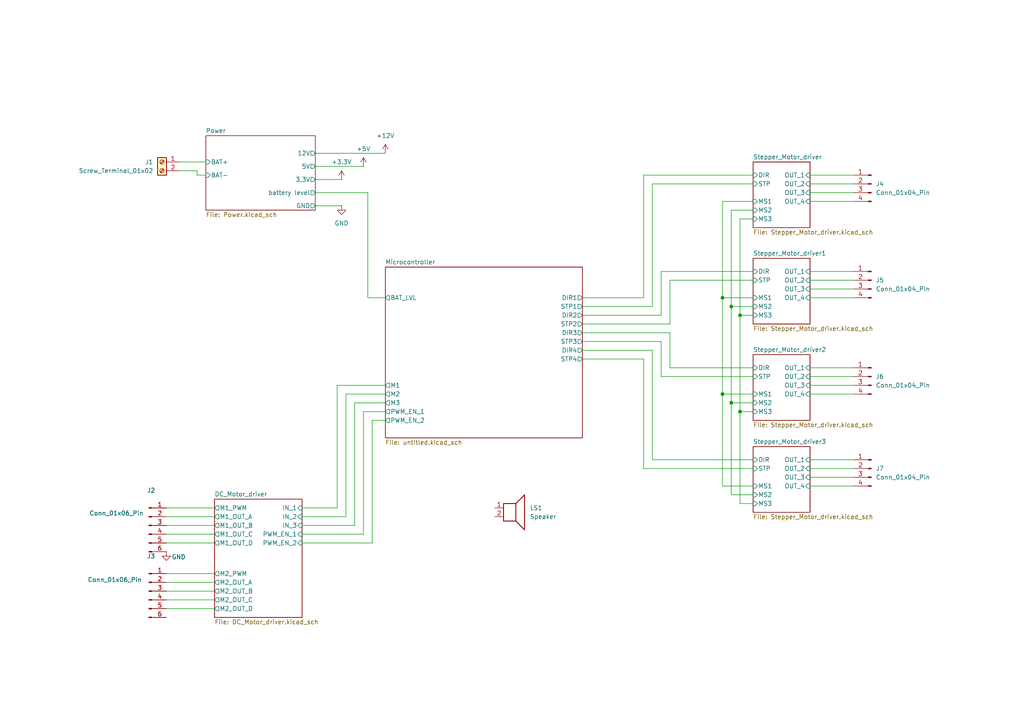
<source format=kicad_sch>
(kicad_sch
	(version 20250114)
	(generator "eeschema")
	(generator_version "9.0")
	(uuid "0d3207ba-e51c-4f46-8c4e-e116d0062888")
	(paper "A4")
	(lib_symbols
		(symbol "Connector:Conn_01x04_Pin"
			(pin_names
				(offset 1.016)
				(hide yes)
			)
			(exclude_from_sim no)
			(in_bom yes)
			(on_board yes)
			(property "Reference" "J"
				(at 0 5.08 0)
				(effects
					(font
						(size 1.27 1.27)
					)
				)
			)
			(property "Value" "Conn_01x04_Pin"
				(at 0 -7.62 0)
				(effects
					(font
						(size 1.27 1.27)
					)
				)
			)
			(property "Footprint" ""
				(at 0 0 0)
				(effects
					(font
						(size 1.27 1.27)
					)
					(hide yes)
				)
			)
			(property "Datasheet" "~"
				(at 0 0 0)
				(effects
					(font
						(size 1.27 1.27)
					)
					(hide yes)
				)
			)
			(property "Description" "Generic connector, single row, 01x04, script generated"
				(at 0 0 0)
				(effects
					(font
						(size 1.27 1.27)
					)
					(hide yes)
				)
			)
			(property "ki_locked" ""
				(at 0 0 0)
				(effects
					(font
						(size 1.27 1.27)
					)
				)
			)
			(property "ki_keywords" "connector"
				(at 0 0 0)
				(effects
					(font
						(size 1.27 1.27)
					)
					(hide yes)
				)
			)
			(property "ki_fp_filters" "Connector*:*_1x??_*"
				(at 0 0 0)
				(effects
					(font
						(size 1.27 1.27)
					)
					(hide yes)
				)
			)
			(symbol "Conn_01x04_Pin_1_1"
				(rectangle
					(start 0.8636 2.667)
					(end 0 2.413)
					(stroke
						(width 0.1524)
						(type default)
					)
					(fill
						(type outline)
					)
				)
				(rectangle
					(start 0.8636 0.127)
					(end 0 -0.127)
					(stroke
						(width 0.1524)
						(type default)
					)
					(fill
						(type outline)
					)
				)
				(rectangle
					(start 0.8636 -2.413)
					(end 0 -2.667)
					(stroke
						(width 0.1524)
						(type default)
					)
					(fill
						(type outline)
					)
				)
				(rectangle
					(start 0.8636 -4.953)
					(end 0 -5.207)
					(stroke
						(width 0.1524)
						(type default)
					)
					(fill
						(type outline)
					)
				)
				(polyline
					(pts
						(xy 1.27 2.54) (xy 0.8636 2.54)
					)
					(stroke
						(width 0.1524)
						(type default)
					)
					(fill
						(type none)
					)
				)
				(polyline
					(pts
						(xy 1.27 0) (xy 0.8636 0)
					)
					(stroke
						(width 0.1524)
						(type default)
					)
					(fill
						(type none)
					)
				)
				(polyline
					(pts
						(xy 1.27 -2.54) (xy 0.8636 -2.54)
					)
					(stroke
						(width 0.1524)
						(type default)
					)
					(fill
						(type none)
					)
				)
				(polyline
					(pts
						(xy 1.27 -5.08) (xy 0.8636 -5.08)
					)
					(stroke
						(width 0.1524)
						(type default)
					)
					(fill
						(type none)
					)
				)
				(pin passive line
					(at 5.08 2.54 180)
					(length 3.81)
					(name "Pin_1"
						(effects
							(font
								(size 1.27 1.27)
							)
						)
					)
					(number "1"
						(effects
							(font
								(size 1.27 1.27)
							)
						)
					)
				)
				(pin passive line
					(at 5.08 0 180)
					(length 3.81)
					(name "Pin_2"
						(effects
							(font
								(size 1.27 1.27)
							)
						)
					)
					(number "2"
						(effects
							(font
								(size 1.27 1.27)
							)
						)
					)
				)
				(pin passive line
					(at 5.08 -2.54 180)
					(length 3.81)
					(name "Pin_3"
						(effects
							(font
								(size 1.27 1.27)
							)
						)
					)
					(number "3"
						(effects
							(font
								(size 1.27 1.27)
							)
						)
					)
				)
				(pin passive line
					(at 5.08 -5.08 180)
					(length 3.81)
					(name "Pin_4"
						(effects
							(font
								(size 1.27 1.27)
							)
						)
					)
					(number "4"
						(effects
							(font
								(size 1.27 1.27)
							)
						)
					)
				)
			)
			(embedded_fonts no)
		)
		(symbol "Connector:Conn_01x06_Pin"
			(pin_names
				(offset 1.016)
				(hide yes)
			)
			(exclude_from_sim no)
			(in_bom yes)
			(on_board yes)
			(property "Reference" "J"
				(at 0 7.62 0)
				(effects
					(font
						(size 1.27 1.27)
					)
				)
			)
			(property "Value" "Conn_01x06_Pin"
				(at 0 -10.16 0)
				(effects
					(font
						(size 1.27 1.27)
					)
				)
			)
			(property "Footprint" ""
				(at 0 0 0)
				(effects
					(font
						(size 1.27 1.27)
					)
					(hide yes)
				)
			)
			(property "Datasheet" "~"
				(at 0 0 0)
				(effects
					(font
						(size 1.27 1.27)
					)
					(hide yes)
				)
			)
			(property "Description" "Generic connector, single row, 01x06, script generated"
				(at 0 0 0)
				(effects
					(font
						(size 1.27 1.27)
					)
					(hide yes)
				)
			)
			(property "ki_locked" ""
				(at 0 0 0)
				(effects
					(font
						(size 1.27 1.27)
					)
				)
			)
			(property "ki_keywords" "connector"
				(at 0 0 0)
				(effects
					(font
						(size 1.27 1.27)
					)
					(hide yes)
				)
			)
			(property "ki_fp_filters" "Connector*:*_1x??_*"
				(at 0 0 0)
				(effects
					(font
						(size 1.27 1.27)
					)
					(hide yes)
				)
			)
			(symbol "Conn_01x06_Pin_1_1"
				(rectangle
					(start 0.8636 5.207)
					(end 0 4.953)
					(stroke
						(width 0.1524)
						(type default)
					)
					(fill
						(type outline)
					)
				)
				(rectangle
					(start 0.8636 2.667)
					(end 0 2.413)
					(stroke
						(width 0.1524)
						(type default)
					)
					(fill
						(type outline)
					)
				)
				(rectangle
					(start 0.8636 0.127)
					(end 0 -0.127)
					(stroke
						(width 0.1524)
						(type default)
					)
					(fill
						(type outline)
					)
				)
				(rectangle
					(start 0.8636 -2.413)
					(end 0 -2.667)
					(stroke
						(width 0.1524)
						(type default)
					)
					(fill
						(type outline)
					)
				)
				(rectangle
					(start 0.8636 -4.953)
					(end 0 -5.207)
					(stroke
						(width 0.1524)
						(type default)
					)
					(fill
						(type outline)
					)
				)
				(rectangle
					(start 0.8636 -7.493)
					(end 0 -7.747)
					(stroke
						(width 0.1524)
						(type default)
					)
					(fill
						(type outline)
					)
				)
				(polyline
					(pts
						(xy 1.27 5.08) (xy 0.8636 5.08)
					)
					(stroke
						(width 0.1524)
						(type default)
					)
					(fill
						(type none)
					)
				)
				(polyline
					(pts
						(xy 1.27 2.54) (xy 0.8636 2.54)
					)
					(stroke
						(width 0.1524)
						(type default)
					)
					(fill
						(type none)
					)
				)
				(polyline
					(pts
						(xy 1.27 0) (xy 0.8636 0)
					)
					(stroke
						(width 0.1524)
						(type default)
					)
					(fill
						(type none)
					)
				)
				(polyline
					(pts
						(xy 1.27 -2.54) (xy 0.8636 -2.54)
					)
					(stroke
						(width 0.1524)
						(type default)
					)
					(fill
						(type none)
					)
				)
				(polyline
					(pts
						(xy 1.27 -5.08) (xy 0.8636 -5.08)
					)
					(stroke
						(width 0.1524)
						(type default)
					)
					(fill
						(type none)
					)
				)
				(polyline
					(pts
						(xy 1.27 -7.62) (xy 0.8636 -7.62)
					)
					(stroke
						(width 0.1524)
						(type default)
					)
					(fill
						(type none)
					)
				)
				(pin passive line
					(at 5.08 5.08 180)
					(length 3.81)
					(name "Pin_1"
						(effects
							(font
								(size 1.27 1.27)
							)
						)
					)
					(number "1"
						(effects
							(font
								(size 1.27 1.27)
							)
						)
					)
				)
				(pin passive line
					(at 5.08 2.54 180)
					(length 3.81)
					(name "Pin_2"
						(effects
							(font
								(size 1.27 1.27)
							)
						)
					)
					(number "2"
						(effects
							(font
								(size 1.27 1.27)
							)
						)
					)
				)
				(pin passive line
					(at 5.08 0 180)
					(length 3.81)
					(name "Pin_3"
						(effects
							(font
								(size 1.27 1.27)
							)
						)
					)
					(number "3"
						(effects
							(font
								(size 1.27 1.27)
							)
						)
					)
				)
				(pin passive line
					(at 5.08 -2.54 180)
					(length 3.81)
					(name "Pin_4"
						(effects
							(font
								(size 1.27 1.27)
							)
						)
					)
					(number "4"
						(effects
							(font
								(size 1.27 1.27)
							)
						)
					)
				)
				(pin passive line
					(at 5.08 -5.08 180)
					(length 3.81)
					(name "Pin_5"
						(effects
							(font
								(size 1.27 1.27)
							)
						)
					)
					(number "5"
						(effects
							(font
								(size 1.27 1.27)
							)
						)
					)
				)
				(pin passive line
					(at 5.08 -7.62 180)
					(length 3.81)
					(name "Pin_6"
						(effects
							(font
								(size 1.27 1.27)
							)
						)
					)
					(number "6"
						(effects
							(font
								(size 1.27 1.27)
							)
						)
					)
				)
			)
			(embedded_fonts no)
		)
		(symbol "Connector:Screw_Terminal_01x02"
			(pin_names
				(offset 1.016)
				(hide yes)
			)
			(exclude_from_sim no)
			(in_bom yes)
			(on_board yes)
			(property "Reference" "J"
				(at 0 2.54 0)
				(effects
					(font
						(size 1.27 1.27)
					)
				)
			)
			(property "Value" "Screw_Terminal_01x02"
				(at 0 -5.08 0)
				(effects
					(font
						(size 1.27 1.27)
					)
				)
			)
			(property "Footprint" ""
				(at 0 0 0)
				(effects
					(font
						(size 1.27 1.27)
					)
					(hide yes)
				)
			)
			(property "Datasheet" "~"
				(at 0 0 0)
				(effects
					(font
						(size 1.27 1.27)
					)
					(hide yes)
				)
			)
			(property "Description" "Generic screw terminal, single row, 01x02, script generated (kicad-library-utils/schlib/autogen/connector/)"
				(at 0 0 0)
				(effects
					(font
						(size 1.27 1.27)
					)
					(hide yes)
				)
			)
			(property "ki_keywords" "screw terminal"
				(at 0 0 0)
				(effects
					(font
						(size 1.27 1.27)
					)
					(hide yes)
				)
			)
			(property "ki_fp_filters" "TerminalBlock*:*"
				(at 0 0 0)
				(effects
					(font
						(size 1.27 1.27)
					)
					(hide yes)
				)
			)
			(symbol "Screw_Terminal_01x02_1_1"
				(rectangle
					(start -1.27 1.27)
					(end 1.27 -3.81)
					(stroke
						(width 0.254)
						(type default)
					)
					(fill
						(type background)
					)
				)
				(polyline
					(pts
						(xy -0.5334 0.3302) (xy 0.3302 -0.508)
					)
					(stroke
						(width 0.1524)
						(type default)
					)
					(fill
						(type none)
					)
				)
				(polyline
					(pts
						(xy -0.5334 -2.2098) (xy 0.3302 -3.048)
					)
					(stroke
						(width 0.1524)
						(type default)
					)
					(fill
						(type none)
					)
				)
				(polyline
					(pts
						(xy -0.3556 0.508) (xy 0.508 -0.3302)
					)
					(stroke
						(width 0.1524)
						(type default)
					)
					(fill
						(type none)
					)
				)
				(polyline
					(pts
						(xy -0.3556 -2.032) (xy 0.508 -2.8702)
					)
					(stroke
						(width 0.1524)
						(type default)
					)
					(fill
						(type none)
					)
				)
				(circle
					(center 0 0)
					(radius 0.635)
					(stroke
						(width 0.1524)
						(type default)
					)
					(fill
						(type none)
					)
				)
				(circle
					(center 0 -2.54)
					(radius 0.635)
					(stroke
						(width 0.1524)
						(type default)
					)
					(fill
						(type none)
					)
				)
				(pin passive line
					(at -5.08 0 0)
					(length 3.81)
					(name "Pin_1"
						(effects
							(font
								(size 1.27 1.27)
							)
						)
					)
					(number "1"
						(effects
							(font
								(size 1.27 1.27)
							)
						)
					)
				)
				(pin passive line
					(at -5.08 -2.54 0)
					(length 3.81)
					(name "Pin_2"
						(effects
							(font
								(size 1.27 1.27)
							)
						)
					)
					(number "2"
						(effects
							(font
								(size 1.27 1.27)
							)
						)
					)
				)
			)
			(embedded_fonts no)
		)
		(symbol "Device:Speaker"
			(pin_names
				(offset 0)
				(hide yes)
			)
			(exclude_from_sim no)
			(in_bom yes)
			(on_board yes)
			(property "Reference" "LS"
				(at 1.27 5.715 0)
				(effects
					(font
						(size 1.27 1.27)
					)
					(justify right)
				)
			)
			(property "Value" "Speaker"
				(at 1.27 3.81 0)
				(effects
					(font
						(size 1.27 1.27)
					)
					(justify right)
				)
			)
			(property "Footprint" ""
				(at 0 -5.08 0)
				(effects
					(font
						(size 1.27 1.27)
					)
					(hide yes)
				)
			)
			(property "Datasheet" "~"
				(at -0.254 -1.27 0)
				(effects
					(font
						(size 1.27 1.27)
					)
					(hide yes)
				)
			)
			(property "Description" "Speaker"
				(at 0 0 0)
				(effects
					(font
						(size 1.27 1.27)
					)
					(hide yes)
				)
			)
			(property "ki_keywords" "speaker sound"
				(at 0 0 0)
				(effects
					(font
						(size 1.27 1.27)
					)
					(hide yes)
				)
			)
			(symbol "Speaker_0_0"
				(rectangle
					(start -2.54 1.27)
					(end 1.016 -3.81)
					(stroke
						(width 0.254)
						(type default)
					)
					(fill
						(type none)
					)
				)
				(polyline
					(pts
						(xy 1.016 1.27) (xy 3.556 3.81) (xy 3.556 -6.35) (xy 1.016 -3.81)
					)
					(stroke
						(width 0.254)
						(type default)
					)
					(fill
						(type none)
					)
				)
			)
			(symbol "Speaker_1_1"
				(pin input line
					(at -5.08 0 0)
					(length 2.54)
					(name "1"
						(effects
							(font
								(size 1.27 1.27)
							)
						)
					)
					(number "1"
						(effects
							(font
								(size 1.27 1.27)
							)
						)
					)
				)
				(pin input line
					(at -5.08 -2.54 0)
					(length 2.54)
					(name "2"
						(effects
							(font
								(size 1.27 1.27)
							)
						)
					)
					(number "2"
						(effects
							(font
								(size 1.27 1.27)
							)
						)
					)
				)
			)
			(embedded_fonts no)
		)
		(symbol "power:+12V"
			(power)
			(pin_numbers
				(hide yes)
			)
			(pin_names
				(offset 0)
				(hide yes)
			)
			(exclude_from_sim no)
			(in_bom yes)
			(on_board yes)
			(property "Reference" "#PWR"
				(at 0 -3.81 0)
				(effects
					(font
						(size 1.27 1.27)
					)
					(hide yes)
				)
			)
			(property "Value" "+12V"
				(at 0 3.556 0)
				(effects
					(font
						(size 1.27 1.27)
					)
				)
			)
			(property "Footprint" ""
				(at 0 0 0)
				(effects
					(font
						(size 1.27 1.27)
					)
					(hide yes)
				)
			)
			(property "Datasheet" ""
				(at 0 0 0)
				(effects
					(font
						(size 1.27 1.27)
					)
					(hide yes)
				)
			)
			(property "Description" "Power symbol creates a global label with name \"+12V\""
				(at 0 0 0)
				(effects
					(font
						(size 1.27 1.27)
					)
					(hide yes)
				)
			)
			(property "ki_keywords" "global power"
				(at 0 0 0)
				(effects
					(font
						(size 1.27 1.27)
					)
					(hide yes)
				)
			)
			(symbol "+12V_0_1"
				(polyline
					(pts
						(xy -0.762 1.27) (xy 0 2.54)
					)
					(stroke
						(width 0)
						(type default)
					)
					(fill
						(type none)
					)
				)
				(polyline
					(pts
						(xy 0 2.54) (xy 0.762 1.27)
					)
					(stroke
						(width 0)
						(type default)
					)
					(fill
						(type none)
					)
				)
				(polyline
					(pts
						(xy 0 0) (xy 0 2.54)
					)
					(stroke
						(width 0)
						(type default)
					)
					(fill
						(type none)
					)
				)
			)
			(symbol "+12V_1_1"
				(pin power_in line
					(at 0 0 90)
					(length 0)
					(name "~"
						(effects
							(font
								(size 1.27 1.27)
							)
						)
					)
					(number "1"
						(effects
							(font
								(size 1.27 1.27)
							)
						)
					)
				)
			)
			(embedded_fonts no)
		)
		(symbol "power:+3.3V"
			(power)
			(pin_numbers
				(hide yes)
			)
			(pin_names
				(offset 0)
				(hide yes)
			)
			(exclude_from_sim no)
			(in_bom yes)
			(on_board yes)
			(property "Reference" "#PWR"
				(at 0 -3.81 0)
				(effects
					(font
						(size 1.27 1.27)
					)
					(hide yes)
				)
			)
			(property "Value" "+3.3V"
				(at 0 3.556 0)
				(effects
					(font
						(size 1.27 1.27)
					)
				)
			)
			(property "Footprint" ""
				(at 0 0 0)
				(effects
					(font
						(size 1.27 1.27)
					)
					(hide yes)
				)
			)
			(property "Datasheet" ""
				(at 0 0 0)
				(effects
					(font
						(size 1.27 1.27)
					)
					(hide yes)
				)
			)
			(property "Description" "Power symbol creates a global label with name \"+3.3V\""
				(at 0 0 0)
				(effects
					(font
						(size 1.27 1.27)
					)
					(hide yes)
				)
			)
			(property "ki_keywords" "global power"
				(at 0 0 0)
				(effects
					(font
						(size 1.27 1.27)
					)
					(hide yes)
				)
			)
			(symbol "+3.3V_0_1"
				(polyline
					(pts
						(xy -0.762 1.27) (xy 0 2.54)
					)
					(stroke
						(width 0)
						(type default)
					)
					(fill
						(type none)
					)
				)
				(polyline
					(pts
						(xy 0 2.54) (xy 0.762 1.27)
					)
					(stroke
						(width 0)
						(type default)
					)
					(fill
						(type none)
					)
				)
				(polyline
					(pts
						(xy 0 0) (xy 0 2.54)
					)
					(stroke
						(width 0)
						(type default)
					)
					(fill
						(type none)
					)
				)
			)
			(symbol "+3.3V_1_1"
				(pin power_in line
					(at 0 0 90)
					(length 0)
					(name "~"
						(effects
							(font
								(size 1.27 1.27)
							)
						)
					)
					(number "1"
						(effects
							(font
								(size 1.27 1.27)
							)
						)
					)
				)
			)
			(embedded_fonts no)
		)
		(symbol "power:+5V"
			(power)
			(pin_numbers
				(hide yes)
			)
			(pin_names
				(offset 0)
				(hide yes)
			)
			(exclude_from_sim no)
			(in_bom yes)
			(on_board yes)
			(property "Reference" "#PWR"
				(at 0 -3.81 0)
				(effects
					(font
						(size 1.27 1.27)
					)
					(hide yes)
				)
			)
			(property "Value" "+5V"
				(at 0 3.556 0)
				(effects
					(font
						(size 1.27 1.27)
					)
				)
			)
			(property "Footprint" ""
				(at 0 0 0)
				(effects
					(font
						(size 1.27 1.27)
					)
					(hide yes)
				)
			)
			(property "Datasheet" ""
				(at 0 0 0)
				(effects
					(font
						(size 1.27 1.27)
					)
					(hide yes)
				)
			)
			(property "Description" "Power symbol creates a global label with name \"+5V\""
				(at 0 0 0)
				(effects
					(font
						(size 1.27 1.27)
					)
					(hide yes)
				)
			)
			(property "ki_keywords" "global power"
				(at 0 0 0)
				(effects
					(font
						(size 1.27 1.27)
					)
					(hide yes)
				)
			)
			(symbol "+5V_0_1"
				(polyline
					(pts
						(xy -0.762 1.27) (xy 0 2.54)
					)
					(stroke
						(width 0)
						(type default)
					)
					(fill
						(type none)
					)
				)
				(polyline
					(pts
						(xy 0 2.54) (xy 0.762 1.27)
					)
					(stroke
						(width 0)
						(type default)
					)
					(fill
						(type none)
					)
				)
				(polyline
					(pts
						(xy 0 0) (xy 0 2.54)
					)
					(stroke
						(width 0)
						(type default)
					)
					(fill
						(type none)
					)
				)
			)
			(symbol "+5V_1_1"
				(pin power_in line
					(at 0 0 90)
					(length 0)
					(name "~"
						(effects
							(font
								(size 1.27 1.27)
							)
						)
					)
					(number "1"
						(effects
							(font
								(size 1.27 1.27)
							)
						)
					)
				)
			)
			(embedded_fonts no)
		)
		(symbol "power:GND"
			(power)
			(pin_numbers
				(hide yes)
			)
			(pin_names
				(offset 0)
				(hide yes)
			)
			(exclude_from_sim no)
			(in_bom yes)
			(on_board yes)
			(property "Reference" "#PWR"
				(at 0 -6.35 0)
				(effects
					(font
						(size 1.27 1.27)
					)
					(hide yes)
				)
			)
			(property "Value" "GND"
				(at 0 -3.81 0)
				(effects
					(font
						(size 1.27 1.27)
					)
				)
			)
			(property "Footprint" ""
				(at 0 0 0)
				(effects
					(font
						(size 1.27 1.27)
					)
					(hide yes)
				)
			)
			(property "Datasheet" ""
				(at 0 0 0)
				(effects
					(font
						(size 1.27 1.27)
					)
					(hide yes)
				)
			)
			(property "Description" "Power symbol creates a global label with name \"GND\" , ground"
				(at 0 0 0)
				(effects
					(font
						(size 1.27 1.27)
					)
					(hide yes)
				)
			)
			(property "ki_keywords" "global power"
				(at 0 0 0)
				(effects
					(font
						(size 1.27 1.27)
					)
					(hide yes)
				)
			)
			(symbol "GND_0_1"
				(polyline
					(pts
						(xy 0 0) (xy 0 -1.27) (xy 1.27 -1.27) (xy 0 -2.54) (xy -1.27 -1.27) (xy 0 -1.27)
					)
					(stroke
						(width 0)
						(type default)
					)
					(fill
						(type none)
					)
				)
			)
			(symbol "GND_1_1"
				(pin power_in line
					(at 0 0 270)
					(length 0)
					(name "~"
						(effects
							(font
								(size 1.27 1.27)
							)
						)
					)
					(number "1"
						(effects
							(font
								(size 1.27 1.27)
							)
						)
					)
				)
			)
			(embedded_fonts no)
		)
	)
	(junction
		(at 214.63 91.44)
		(diameter 0)
		(color 0 0 0 0)
		(uuid "0ba9caa1-e2be-49e5-b532-c9da0c8c5eaf")
	)
	(junction
		(at 214.63 119.38)
		(diameter 0)
		(color 0 0 0 0)
		(uuid "153abb4c-ffbd-4519-8d62-e7d7efced0b5")
	)
	(junction
		(at 209.55 86.36)
		(diameter 0)
		(color 0 0 0 0)
		(uuid "289dfeb2-bcaf-4db8-a2f0-18bbb0fa697e")
	)
	(junction
		(at 212.09 88.9)
		(diameter 0)
		(color 0 0 0 0)
		(uuid "72c53bac-0756-4bfa-9c8d-a549f078389b")
	)
	(junction
		(at 209.55 114.3)
		(diameter 0)
		(color 0 0 0 0)
		(uuid "a76c34dd-ea24-4521-bed5-addbd37029f1")
	)
	(junction
		(at 212.09 116.84)
		(diameter 0)
		(color 0 0 0 0)
		(uuid "fb7f53bb-19b3-4600-a80d-267a87037856")
	)
	(wire
		(pts
			(xy 209.55 86.36) (xy 209.55 114.3)
		)
		(stroke
			(width 0)
			(type default)
		)
		(uuid "044db582-bb57-4f62-9825-f86cd0a10cda")
	)
	(wire
		(pts
			(xy 234.95 140.97) (xy 247.65 140.97)
		)
		(stroke
			(width 0)
			(type default)
		)
		(uuid "075c4904-7713-46de-a5d8-4f0cc46fe78f")
	)
	(wire
		(pts
			(xy 209.55 58.42) (xy 209.55 86.36)
		)
		(stroke
			(width 0)
			(type default)
		)
		(uuid "0d230972-36af-497f-83cd-685f5c99925d")
	)
	(wire
		(pts
			(xy 168.91 86.36) (xy 186.69 86.36)
		)
		(stroke
			(width 0)
			(type default)
		)
		(uuid "0e923923-13f8-4298-8f40-98275c0ab4dd")
	)
	(wire
		(pts
			(xy 168.91 91.44) (xy 191.77 91.44)
		)
		(stroke
			(width 0)
			(type default)
		)
		(uuid "12058942-0e8f-4dc3-a3dd-e7b9f3d449ee")
	)
	(wire
		(pts
			(xy 91.44 44.45) (xy 111.76 44.45)
		)
		(stroke
			(width 0)
			(type default)
		)
		(uuid "12ce13b9-9b46-4d96-8381-d2d47da0daa8")
	)
	(wire
		(pts
			(xy 234.95 106.68) (xy 247.65 106.68)
		)
		(stroke
			(width 0)
			(type default)
		)
		(uuid "13611e07-c391-4d71-adb1-d82df0af4499")
	)
	(wire
		(pts
			(xy 100.33 114.3) (xy 111.76 114.3)
		)
		(stroke
			(width 0)
			(type default)
		)
		(uuid "1b730eb7-4654-4eb5-b53f-bdf797c39db7")
	)
	(wire
		(pts
			(xy 194.31 81.28) (xy 218.44 81.28)
		)
		(stroke
			(width 0)
			(type default)
		)
		(uuid "1c99fe8c-d640-420f-9757-14626d750c07")
	)
	(wire
		(pts
			(xy 102.87 116.84) (xy 102.87 152.4)
		)
		(stroke
			(width 0)
			(type default)
		)
		(uuid "212bc476-07f9-49a2-acc7-64d492ae3470")
	)
	(wire
		(pts
			(xy 62.23 157.48) (xy 48.26 157.48)
		)
		(stroke
			(width 0)
			(type default)
		)
		(uuid "2199f563-865a-40c0-98d5-be008b8a8b8f")
	)
	(wire
		(pts
			(xy 189.23 88.9) (xy 189.23 53.34)
		)
		(stroke
			(width 0)
			(type default)
		)
		(uuid "26bf82ba-c196-4336-8f94-4683332b726d")
	)
	(wire
		(pts
			(xy 87.63 149.86) (xy 100.33 149.86)
		)
		(stroke
			(width 0)
			(type default)
		)
		(uuid "271e0df8-0acf-471f-a232-c140a0b67b69")
	)
	(wire
		(pts
			(xy 234.95 55.88) (xy 247.65 55.88)
		)
		(stroke
			(width 0)
			(type default)
		)
		(uuid "29ae02bf-943f-4f06-add3-4180f4d4b122")
	)
	(wire
		(pts
			(xy 214.63 119.38) (xy 214.63 91.44)
		)
		(stroke
			(width 0)
			(type default)
		)
		(uuid "29dde22e-198a-4aa0-a2cb-bdef7590e7cf")
	)
	(wire
		(pts
			(xy 218.44 58.42) (xy 209.55 58.42)
		)
		(stroke
			(width 0)
			(type default)
		)
		(uuid "2a0a70b9-9974-41ff-91e8-7318fd0727d8")
	)
	(wire
		(pts
			(xy 234.95 78.74) (xy 247.65 78.74)
		)
		(stroke
			(width 0)
			(type default)
		)
		(uuid "2ae2717e-6dc8-4830-9e46-e8ba716d517f")
	)
	(wire
		(pts
			(xy 218.44 135.89) (xy 186.69 135.89)
		)
		(stroke
			(width 0)
			(type default)
		)
		(uuid "2b9477ce-8128-4878-b08a-1e267233db06")
	)
	(wire
		(pts
			(xy 212.09 143.51) (xy 218.44 143.51)
		)
		(stroke
			(width 0)
			(type default)
		)
		(uuid "3300fdad-a802-4c82-9e97-b8e5fe667aa7")
	)
	(wire
		(pts
			(xy 234.95 50.8) (xy 247.65 50.8)
		)
		(stroke
			(width 0)
			(type default)
		)
		(uuid "37ffa41d-b2e4-4253-bcb9-6b83f9ca37fa")
	)
	(wire
		(pts
			(xy 212.09 88.9) (xy 218.44 88.9)
		)
		(stroke
			(width 0)
			(type default)
		)
		(uuid "390503c8-4697-4476-bed3-18ae31dfa8fa")
	)
	(wire
		(pts
			(xy 111.76 116.84) (xy 102.87 116.84)
		)
		(stroke
			(width 0)
			(type default)
		)
		(uuid "39f38f79-2818-48f7-8fe6-0fe49fae6a83")
	)
	(wire
		(pts
			(xy 234.95 109.22) (xy 247.65 109.22)
		)
		(stroke
			(width 0)
			(type default)
		)
		(uuid "3b34b352-cfb8-4d46-861f-13d420e13843")
	)
	(wire
		(pts
			(xy 191.77 99.06) (xy 168.91 99.06)
		)
		(stroke
			(width 0)
			(type default)
		)
		(uuid "3be35121-7cc0-422d-b3b7-82f43db7f81a")
	)
	(wire
		(pts
			(xy 234.95 58.42) (xy 247.65 58.42)
		)
		(stroke
			(width 0)
			(type default)
		)
		(uuid "3cd19a49-e6d4-4ea2-84ac-45bdee95159e")
	)
	(wire
		(pts
			(xy 234.95 133.35) (xy 247.65 133.35)
		)
		(stroke
			(width 0)
			(type default)
		)
		(uuid "3e197a95-aefe-46a4-858c-4b338a0d6f02")
	)
	(wire
		(pts
			(xy 97.79 111.76) (xy 97.79 147.32)
		)
		(stroke
			(width 0)
			(type default)
		)
		(uuid "3f65fab5-c369-4fec-8ce8-913f5c7b1506")
	)
	(wire
		(pts
			(xy 214.63 91.44) (xy 218.44 91.44)
		)
		(stroke
			(width 0)
			(type default)
		)
		(uuid "40b08b3a-64b2-4ae7-9bc9-f8c298c93d32")
	)
	(wire
		(pts
			(xy 194.31 106.68) (xy 218.44 106.68)
		)
		(stroke
			(width 0)
			(type default)
		)
		(uuid "44556ff1-692b-4c2b-b940-711bbbc24f40")
	)
	(wire
		(pts
			(xy 62.23 154.94) (xy 48.26 154.94)
		)
		(stroke
			(width 0)
			(type default)
		)
		(uuid "4a342506-194a-4367-af0b-2b27e2fb7c87")
	)
	(wire
		(pts
			(xy 234.95 111.76) (xy 247.65 111.76)
		)
		(stroke
			(width 0)
			(type default)
		)
		(uuid "52cbc251-69aa-49ec-be31-ebd88a67ee5d")
	)
	(wire
		(pts
			(xy 212.09 116.84) (xy 212.09 143.51)
		)
		(stroke
			(width 0)
			(type default)
		)
		(uuid "54b5363c-25ba-4970-ac07-9ca379108381")
	)
	(wire
		(pts
			(xy 87.63 154.94) (xy 105.41 154.94)
		)
		(stroke
			(width 0)
			(type default)
		)
		(uuid "56d67f48-05ae-4d47-a147-c0284fb4b148")
	)
	(wire
		(pts
			(xy 186.69 50.8) (xy 218.44 50.8)
		)
		(stroke
			(width 0)
			(type default)
		)
		(uuid "5763f3fe-0a82-43cb-8554-ff8d530f5b07")
	)
	(wire
		(pts
			(xy 191.77 91.44) (xy 191.77 78.74)
		)
		(stroke
			(width 0)
			(type default)
		)
		(uuid "5b386014-8945-42b5-833a-12a4fda8c7f7")
	)
	(wire
		(pts
			(xy 102.87 152.4) (xy 87.63 152.4)
		)
		(stroke
			(width 0)
			(type default)
		)
		(uuid "5fe3ce80-de4e-45c7-91bf-c97c2f58f3d3")
	)
	(wire
		(pts
			(xy 62.23 171.45) (xy 48.26 171.45)
		)
		(stroke
			(width 0)
			(type default)
		)
		(uuid "61e09482-c9bb-42b2-b28e-92baed6fc6dc")
	)
	(wire
		(pts
			(xy 62.23 147.32) (xy 48.26 147.32)
		)
		(stroke
			(width 0)
			(type default)
		)
		(uuid "6447d03c-347f-4bfd-9cf9-6b8ef694a2d5")
	)
	(wire
		(pts
			(xy 91.44 48.26) (xy 105.41 48.26)
		)
		(stroke
			(width 0)
			(type default)
		)
		(uuid "670025fe-fa38-45f1-b3cb-f80337e004bd")
	)
	(wire
		(pts
			(xy 194.31 96.52) (xy 194.31 106.68)
		)
		(stroke
			(width 0)
			(type default)
		)
		(uuid "69311372-f772-4afe-902d-7bb11cf29361")
	)
	(wire
		(pts
			(xy 209.55 86.36) (xy 218.44 86.36)
		)
		(stroke
			(width 0)
			(type default)
		)
		(uuid "694cb973-f056-4422-a0b5-f49a69eaf71e")
	)
	(wire
		(pts
			(xy 234.95 83.82) (xy 247.65 83.82)
		)
		(stroke
			(width 0)
			(type default)
		)
		(uuid "69f2ada5-e59a-4afd-b4e9-3c2e1de14099")
	)
	(wire
		(pts
			(xy 57.15 50.8) (xy 59.69 50.8)
		)
		(stroke
			(width 0)
			(type default)
		)
		(uuid "6a14d4e5-0275-49b3-9214-8105c281b2b2")
	)
	(wire
		(pts
			(xy 62.23 149.86) (xy 48.26 149.86)
		)
		(stroke
			(width 0)
			(type default)
		)
		(uuid "711563e8-a85b-46cd-bafd-84ac6090fe5e")
	)
	(wire
		(pts
			(xy 107.95 157.48) (xy 87.63 157.48)
		)
		(stroke
			(width 0)
			(type default)
		)
		(uuid "72a06f24-65d5-4069-a2e2-14cc9205a1e3")
	)
	(wire
		(pts
			(xy 218.44 109.22) (xy 191.77 109.22)
		)
		(stroke
			(width 0)
			(type default)
		)
		(uuid "73b66ff2-085e-4817-90f4-20b48e408ec7")
	)
	(wire
		(pts
			(xy 62.23 166.37) (xy 48.26 166.37)
		)
		(stroke
			(width 0)
			(type default)
		)
		(uuid "73f97ad3-f056-4289-a29c-e907d662a316")
	)
	(wire
		(pts
			(xy 91.44 59.69) (xy 99.06 59.69)
		)
		(stroke
			(width 0)
			(type default)
		)
		(uuid "753214d1-04fb-4360-b0e1-80fcd07486b0")
	)
	(wire
		(pts
			(xy 209.55 114.3) (xy 218.44 114.3)
		)
		(stroke
			(width 0)
			(type default)
		)
		(uuid "7553e8f8-2485-4346-ad93-d08b80779893")
	)
	(wire
		(pts
			(xy 212.09 60.96) (xy 218.44 60.96)
		)
		(stroke
			(width 0)
			(type default)
		)
		(uuid "756c477b-46c8-4c46-9ed1-bbdb7f71ba64")
	)
	(wire
		(pts
			(xy 218.44 63.5) (xy 214.63 63.5)
		)
		(stroke
			(width 0)
			(type default)
		)
		(uuid "76bb440b-a71b-4502-9621-711984e88088")
	)
	(wire
		(pts
			(xy 52.07 49.53) (xy 57.15 49.53)
		)
		(stroke
			(width 0)
			(type default)
		)
		(uuid "77328915-815a-43f5-982c-f5171553c70f")
	)
	(wire
		(pts
			(xy 111.76 86.36) (xy 106.68 86.36)
		)
		(stroke
			(width 0)
			(type default)
		)
		(uuid "7acbf26f-31dd-4d7d-a973-4081ea6b0e78")
	)
	(wire
		(pts
			(xy 62.23 173.99) (xy 48.26 173.99)
		)
		(stroke
			(width 0)
			(type default)
		)
		(uuid "7bd184e6-dfda-4c4e-8cc3-5ed952e8c970")
	)
	(wire
		(pts
			(xy 57.15 49.53) (xy 57.15 50.8)
		)
		(stroke
			(width 0)
			(type default)
		)
		(uuid "7c861169-be1e-4507-9aeb-1a161b307081")
	)
	(wire
		(pts
			(xy 168.91 88.9) (xy 189.23 88.9)
		)
		(stroke
			(width 0)
			(type default)
		)
		(uuid "803cbd2a-4ca2-477c-9d2a-4110219b6856")
	)
	(wire
		(pts
			(xy 97.79 147.32) (xy 87.63 147.32)
		)
		(stroke
			(width 0)
			(type default)
		)
		(uuid "82efbac9-0c93-49d4-ba51-14a4bd65c8e0")
	)
	(wire
		(pts
			(xy 234.95 86.36) (xy 247.65 86.36)
		)
		(stroke
			(width 0)
			(type default)
		)
		(uuid "835cabfa-e5d4-4466-b35c-62cef23eca39")
	)
	(wire
		(pts
			(xy 189.23 101.6) (xy 189.23 133.35)
		)
		(stroke
			(width 0)
			(type default)
		)
		(uuid "865b0a04-85a3-43ab-800c-259fc788b188")
	)
	(wire
		(pts
			(xy 212.09 88.9) (xy 212.09 116.84)
		)
		(stroke
			(width 0)
			(type default)
		)
		(uuid "87632e4f-ffca-4f6d-b94e-6318141a55d9")
	)
	(wire
		(pts
			(xy 91.44 52.07) (xy 99.06 52.07)
		)
		(stroke
			(width 0)
			(type default)
		)
		(uuid "88faa0b6-9ff1-4454-8db0-426fad1e00c8")
	)
	(wire
		(pts
			(xy 186.69 135.89) (xy 186.69 104.14)
		)
		(stroke
			(width 0)
			(type default)
		)
		(uuid "88fcc9a0-996e-4041-805c-b5ddf7097e12")
	)
	(wire
		(pts
			(xy 100.33 149.86) (xy 100.33 114.3)
		)
		(stroke
			(width 0)
			(type default)
		)
		(uuid "8ceb8629-f255-4324-9fa6-ff8abf464507")
	)
	(wire
		(pts
			(xy 234.95 114.3) (xy 247.65 114.3)
		)
		(stroke
			(width 0)
			(type default)
		)
		(uuid "8d7b7bc0-7e70-4cb1-b2f3-4b5c39c589e2")
	)
	(wire
		(pts
			(xy 212.09 60.96) (xy 212.09 88.9)
		)
		(stroke
			(width 0)
			(type default)
		)
		(uuid "8ee85bd7-87b9-4a47-b196-3311e26faca2")
	)
	(wire
		(pts
			(xy 111.76 111.76) (xy 97.79 111.76)
		)
		(stroke
			(width 0)
			(type default)
		)
		(uuid "9164db26-0a77-4586-8d19-1450171c010f")
	)
	(wire
		(pts
			(xy 91.44 55.88) (xy 106.68 55.88)
		)
		(stroke
			(width 0)
			(type default)
		)
		(uuid "95c8175e-0d52-41ce-8919-70536c7553f7")
	)
	(wire
		(pts
			(xy 106.68 55.88) (xy 106.68 86.36)
		)
		(stroke
			(width 0)
			(type default)
		)
		(uuid "9ca057f6-0e39-4f3b-a66b-47816fcf0677")
	)
	(wire
		(pts
			(xy 194.31 93.98) (xy 194.31 81.28)
		)
		(stroke
			(width 0)
			(type default)
		)
		(uuid "a13b52d5-ef55-46d5-ac86-e763a3ef0d2c")
	)
	(wire
		(pts
			(xy 234.95 135.89) (xy 247.65 135.89)
		)
		(stroke
			(width 0)
			(type default)
		)
		(uuid "a1deef2c-2781-4b39-8b59-7929625a6fde")
	)
	(wire
		(pts
			(xy 214.63 146.05) (xy 214.63 119.38)
		)
		(stroke
			(width 0)
			(type default)
		)
		(uuid "a4e975a2-7d35-4d41-9a16-7c7223b107fd")
	)
	(wire
		(pts
			(xy 52.07 46.99) (xy 59.69 46.99)
		)
		(stroke
			(width 0)
			(type default)
		)
		(uuid "ae4ab46f-ebda-43ac-912c-4cb9bcfc8156")
	)
	(wire
		(pts
			(xy 209.55 140.97) (xy 218.44 140.97)
		)
		(stroke
			(width 0)
			(type default)
		)
		(uuid "ae528ca3-462e-40ef-87c6-8a03d5416917")
	)
	(wire
		(pts
			(xy 107.95 121.92) (xy 107.95 157.48)
		)
		(stroke
			(width 0)
			(type default)
		)
		(uuid "b2d09b51-9d15-4b37-962b-e72cc7975ef0")
	)
	(wire
		(pts
			(xy 62.23 176.53) (xy 48.26 176.53)
		)
		(stroke
			(width 0)
			(type default)
		)
		(uuid "b3c31bdf-9062-488d-97de-24bb1160521e")
	)
	(wire
		(pts
			(xy 234.95 81.28) (xy 247.65 81.28)
		)
		(stroke
			(width 0)
			(type default)
		)
		(uuid "b4590ed0-7148-442a-aa8a-d2ed8654d8c1")
	)
	(wire
		(pts
			(xy 62.23 152.4) (xy 48.26 152.4)
		)
		(stroke
			(width 0)
			(type default)
		)
		(uuid "b5e806c2-50c1-406b-ba10-bf088158b36c")
	)
	(wire
		(pts
			(xy 191.77 109.22) (xy 191.77 99.06)
		)
		(stroke
			(width 0)
			(type default)
		)
		(uuid "b7e05e8a-c93e-4d55-b37a-07e484deb189")
	)
	(wire
		(pts
			(xy 105.41 119.38) (xy 111.76 119.38)
		)
		(stroke
			(width 0)
			(type default)
		)
		(uuid "ba0d1216-aad0-4f54-9194-abb0a4075038")
	)
	(wire
		(pts
			(xy 234.95 138.43) (xy 247.65 138.43)
		)
		(stroke
			(width 0)
			(type default)
		)
		(uuid "ba5e9a28-add9-48bd-8e92-6e14c45eccab")
	)
	(wire
		(pts
			(xy 214.63 63.5) (xy 214.63 91.44)
		)
		(stroke
			(width 0)
			(type default)
		)
		(uuid "baadddee-d1d6-4a39-b4b9-0426a3941e47")
	)
	(wire
		(pts
			(xy 105.41 154.94) (xy 105.41 119.38)
		)
		(stroke
			(width 0)
			(type default)
		)
		(uuid "bf39c49e-302f-4a3f-a11e-207b300e0611")
	)
	(wire
		(pts
			(xy 186.69 104.14) (xy 168.91 104.14)
		)
		(stroke
			(width 0)
			(type default)
		)
		(uuid "bf6323cd-8975-43de-b69b-e145b885a249")
	)
	(wire
		(pts
			(xy 168.91 96.52) (xy 194.31 96.52)
		)
		(stroke
			(width 0)
			(type default)
		)
		(uuid "c22bc0a5-a2e6-4efb-ae75-b9786471e54f")
	)
	(wire
		(pts
			(xy 212.09 116.84) (xy 218.44 116.84)
		)
		(stroke
			(width 0)
			(type default)
		)
		(uuid "c9bc82c8-6324-4f57-9510-bee4caf9e3a8")
	)
	(wire
		(pts
			(xy 218.44 146.05) (xy 214.63 146.05)
		)
		(stroke
			(width 0)
			(type default)
		)
		(uuid "ca5de79e-05c8-4984-b823-4701d46f0d5c")
	)
	(wire
		(pts
			(xy 234.95 53.34) (xy 247.65 53.34)
		)
		(stroke
			(width 0)
			(type default)
		)
		(uuid "d1dc62f6-ccca-47a9-ac7e-c9a8f1a1527a")
	)
	(wire
		(pts
			(xy 168.91 93.98) (xy 194.31 93.98)
		)
		(stroke
			(width 0)
			(type default)
		)
		(uuid "db3e0153-ac78-4333-9c30-6ff41ef95d96")
	)
	(wire
		(pts
			(xy 209.55 140.97) (xy 209.55 114.3)
		)
		(stroke
			(width 0)
			(type default)
		)
		(uuid "e3574514-3555-4359-8af7-9491bb574e69")
	)
	(wire
		(pts
			(xy 189.23 53.34) (xy 218.44 53.34)
		)
		(stroke
			(width 0)
			(type default)
		)
		(uuid "e668915a-f802-4057-86d6-cf0481cb9b0f")
	)
	(wire
		(pts
			(xy 191.77 78.74) (xy 218.44 78.74)
		)
		(stroke
			(width 0)
			(type default)
		)
		(uuid "e92a8189-d021-42ad-a9bc-6390845ed6f4")
	)
	(wire
		(pts
			(xy 168.91 101.6) (xy 189.23 101.6)
		)
		(stroke
			(width 0)
			(type default)
		)
		(uuid "eb478809-d830-4017-b4b9-ef233d910ba2")
	)
	(wire
		(pts
			(xy 186.69 86.36) (xy 186.69 50.8)
		)
		(stroke
			(width 0)
			(type default)
		)
		(uuid "ed0ae26d-7fc7-48be-95c8-4e0a611bb385")
	)
	(wire
		(pts
			(xy 62.23 168.91) (xy 48.26 168.91)
		)
		(stroke
			(width 0)
			(type default)
		)
		(uuid "eeb9a50f-f65d-4ae3-aec6-cbc2b61cfb21")
	)
	(wire
		(pts
			(xy 218.44 119.38) (xy 214.63 119.38)
		)
		(stroke
			(width 0)
			(type default)
		)
		(uuid "f494ce0f-9e5d-4049-be30-5f4dc1f60994")
	)
	(wire
		(pts
			(xy 189.23 133.35) (xy 218.44 133.35)
		)
		(stroke
			(width 0)
			(type default)
		)
		(uuid "f68e9569-af39-4d6a-af4d-dbf590a639a4")
	)
	(wire
		(pts
			(xy 111.76 121.92) (xy 107.95 121.92)
		)
		(stroke
			(width 0)
			(type default)
		)
		(uuid "fd1979c3-99f6-4cdc-ae80-071f235f6714")
	)
	(symbol
		(lib_id "Connector:Conn_01x06_Pin")
		(at 43.18 171.45 0)
		(unit 1)
		(exclude_from_sim no)
		(in_bom yes)
		(on_board yes)
		(dnp no)
		(uuid "018cb324-955c-4b0c-9ae5-ba8a34e3258b")
		(property "Reference" "J3"
			(at 43.815 161.29 0)
			(effects
				(font
					(size 1.27 1.27)
				)
			)
		)
		(property "Value" "Conn_01x06_Pin"
			(at 33.274 168.148 0)
			(effects
				(font
					(size 1.27 1.27)
				)
			)
		)
		(property "Footprint" ""
			(at 43.18 171.45 0)
			(effects
				(font
					(size 1.27 1.27)
				)
				(hide yes)
			)
		)
		(property "Datasheet" "~"
			(at 43.18 171.45 0)
			(effects
				(font
					(size 1.27 1.27)
				)
				(hide yes)
			)
		)
		(property "Description" "Generic connector, single row, 01x06, script generated"
			(at 43.18 171.45 0)
			(effects
				(font
					(size 1.27 1.27)
				)
				(hide yes)
			)
		)
		(pin "2"
			(uuid "cf9a8141-faba-4f8f-a8bc-714a10c7ca46")
		)
		(pin "1"
			(uuid "96e0fe9b-6042-494d-a957-254e978fc3ba")
		)
		(pin "5"
			(uuid "0879ac45-5189-4de8-9d78-d72b5d058a54")
		)
		(pin "3"
			(uuid "67c68ceb-e034-4b32-8089-c01ff5a9056a")
		)
		(pin "6"
			(uuid "9619e847-8d70-49fe-9a6d-f6869d7c9476")
		)
		(pin "4"
			(uuid "7ad6d3d9-fb08-47a0-a778-1c415ec60170")
		)
		(instances
			(project "Leonardo_v2.0"
				(path "/0d3207ba-e51c-4f46-8c4e-e116d0062888"
					(reference "J3")
					(unit 1)
				)
			)
		)
	)
	(symbol
		(lib_id "power:GND")
		(at 48.26 160.02 0)
		(mirror y)
		(unit 1)
		(exclude_from_sim no)
		(in_bom yes)
		(on_board yes)
		(dnp no)
		(uuid "09275b8d-8021-46f8-970d-2c0116edc7c8")
		(property "Reference" "#PWR08"
			(at 48.26 166.37 0)
			(effects
				(font
					(size 1.27 1.27)
				)
				(hide yes)
			)
		)
		(property "Value" "GND"
			(at 51.816 161.544 0)
			(effects
				(font
					(size 1.27 1.27)
				)
			)
		)
		(property "Footprint" ""
			(at 48.26 160.02 0)
			(effects
				(font
					(size 1.27 1.27)
				)
				(hide yes)
			)
		)
		(property "Datasheet" ""
			(at 48.26 160.02 0)
			(effects
				(font
					(size 1.27 1.27)
				)
				(hide yes)
			)
		)
		(property "Description" "Power symbol creates a global label with name \"GND\" , ground"
			(at 48.26 160.02 0)
			(effects
				(font
					(size 1.27 1.27)
				)
				(hide yes)
			)
		)
		(pin "1"
			(uuid "4b0d903c-394e-44c5-aa3b-9b1d3ac651f7")
		)
		(instances
			(project ""
				(path "/0d3207ba-e51c-4f46-8c4e-e116d0062888"
					(reference "#PWR08")
					(unit 1)
				)
			)
		)
	)
	(symbol
		(lib_id "power:GND")
		(at 99.06 59.69 0)
		(unit 1)
		(exclude_from_sim no)
		(in_bom yes)
		(on_board yes)
		(dnp no)
		(fields_autoplaced yes)
		(uuid "3ef5fdc8-325a-4313-9972-59a7f07f81a9")
		(property "Reference" "#PWR04"
			(at 99.06 66.04 0)
			(effects
				(font
					(size 1.27 1.27)
				)
				(hide yes)
			)
		)
		(property "Value" "GND"
			(at 99.06 64.77 0)
			(effects
				(font
					(size 1.27 1.27)
				)
			)
		)
		(property "Footprint" ""
			(at 99.06 59.69 0)
			(effects
				(font
					(size 1.27 1.27)
				)
				(hide yes)
			)
		)
		(property "Datasheet" ""
			(at 99.06 59.69 0)
			(effects
				(font
					(size 1.27 1.27)
				)
				(hide yes)
			)
		)
		(property "Description" "Power symbol creates a global label with name \"GND\" , ground"
			(at 99.06 59.69 0)
			(effects
				(font
					(size 1.27 1.27)
				)
				(hide yes)
			)
		)
		(pin "1"
			(uuid "aa8a9d01-ac7c-4d2b-ac92-85382a2d3f92")
		)
		(instances
			(project ""
				(path "/0d3207ba-e51c-4f46-8c4e-e116d0062888"
					(reference "#PWR04")
					(unit 1)
				)
			)
		)
	)
	(symbol
		(lib_id "power:+12V")
		(at 111.76 44.45 0)
		(unit 1)
		(exclude_from_sim no)
		(in_bom yes)
		(on_board yes)
		(dnp no)
		(fields_autoplaced yes)
		(uuid "4de31e23-c75f-4be0-a52f-a18748eb946c")
		(property "Reference" "#PWR03"
			(at 111.76 48.26 0)
			(effects
				(font
					(size 1.27 1.27)
				)
				(hide yes)
			)
		)
		(property "Value" "+12V"
			(at 111.76 39.37 0)
			(effects
				(font
					(size 1.27 1.27)
				)
			)
		)
		(property "Footprint" ""
			(at 111.76 44.45 0)
			(effects
				(font
					(size 1.27 1.27)
				)
				(hide yes)
			)
		)
		(property "Datasheet" ""
			(at 111.76 44.45 0)
			(effects
				(font
					(size 1.27 1.27)
				)
				(hide yes)
			)
		)
		(property "Description" "Power symbol creates a global label with name \"+12V\""
			(at 111.76 44.45 0)
			(effects
				(font
					(size 1.27 1.27)
				)
				(hide yes)
			)
		)
		(pin "1"
			(uuid "c3b1cf2a-ec5f-4214-a288-4e9d3a3e95fa")
		)
		(instances
			(project ""
				(path "/0d3207ba-e51c-4f46-8c4e-e116d0062888"
					(reference "#PWR03")
					(unit 1)
				)
			)
		)
	)
	(symbol
		(lib_id "Connector:Conn_01x04_Pin")
		(at 252.73 109.22 0)
		(mirror y)
		(unit 1)
		(exclude_from_sim no)
		(in_bom yes)
		(on_board yes)
		(dnp no)
		(fields_autoplaced yes)
		(uuid "52b48829-4ff5-478b-83f4-ebf1fbf25b35")
		(property "Reference" "J6"
			(at 254 109.2199 0)
			(effects
				(font
					(size 1.27 1.27)
				)
				(justify right)
			)
		)
		(property "Value" "Conn_01x04_Pin"
			(at 254 111.7599 0)
			(effects
				(font
					(size 1.27 1.27)
				)
				(justify right)
			)
		)
		(property "Footprint" ""
			(at 252.73 109.22 0)
			(effects
				(font
					(size 1.27 1.27)
				)
				(hide yes)
			)
		)
		(property "Datasheet" "~"
			(at 252.73 109.22 0)
			(effects
				(font
					(size 1.27 1.27)
				)
				(hide yes)
			)
		)
		(property "Description" "Generic connector, single row, 01x04, script generated"
			(at 252.73 109.22 0)
			(effects
				(font
					(size 1.27 1.27)
				)
				(hide yes)
			)
		)
		(pin "2"
			(uuid "2a379645-b1af-421b-8524-48c1d53e223c")
		)
		(pin "3"
			(uuid "9350c7c6-364d-456f-a762-f2bba4986075")
		)
		(pin "4"
			(uuid "455b4e22-9034-416e-ab7c-5227cff5687a")
		)
		(pin "1"
			(uuid "efe78274-db5b-4f88-a02b-a4e238001c5d")
		)
		(instances
			(project "Leonardo_v2.0"
				(path "/0d3207ba-e51c-4f46-8c4e-e116d0062888"
					(reference "J6")
					(unit 1)
				)
			)
		)
	)
	(symbol
		(lib_id "Connector:Screw_Terminal_01x02")
		(at 46.99 46.99 0)
		(mirror y)
		(unit 1)
		(exclude_from_sim no)
		(in_bom yes)
		(on_board yes)
		(dnp no)
		(uuid "565efd42-6a98-4709-9c44-f5642fcba6a0")
		(property "Reference" "J1"
			(at 44.45 46.9899 0)
			(effects
				(font
					(size 1.27 1.27)
				)
				(justify left)
			)
		)
		(property "Value" "Screw_Terminal_01x02"
			(at 44.45 49.5299 0)
			(effects
				(font
					(size 1.27 1.27)
				)
				(justify left)
			)
		)
		(property "Footprint" ""
			(at 46.99 46.99 0)
			(effects
				(font
					(size 1.27 1.27)
				)
				(hide yes)
			)
		)
		(property "Datasheet" "~"
			(at 46.99 46.99 0)
			(effects
				(font
					(size 1.27 1.27)
				)
				(hide yes)
			)
		)
		(property "Description" "Generic screw terminal, single row, 01x02, script generated (kicad-library-utils/schlib/autogen/connector/)"
			(at 46.99 46.99 0)
			(effects
				(font
					(size 1.27 1.27)
				)
				(hide yes)
			)
		)
		(pin "1"
			(uuid "8320629d-6519-4197-a240-a7b1b0f115d1")
		)
		(pin "2"
			(uuid "bab86e0b-11e9-4a1a-9036-9db0aaa3ccfb")
		)
		(instances
			(project ""
				(path "/0d3207ba-e51c-4f46-8c4e-e116d0062888"
					(reference "J1")
					(unit 1)
				)
			)
		)
	)
	(symbol
		(lib_id "Connector:Conn_01x04_Pin")
		(at 252.73 81.28 0)
		(mirror y)
		(unit 1)
		(exclude_from_sim no)
		(in_bom yes)
		(on_board yes)
		(dnp no)
		(fields_autoplaced yes)
		(uuid "5c08eea4-de79-455f-8bc2-c916d98addd4")
		(property "Reference" "J5"
			(at 254 81.2799 0)
			(effects
				(font
					(size 1.27 1.27)
				)
				(justify right)
			)
		)
		(property "Value" "Conn_01x04_Pin"
			(at 254 83.8199 0)
			(effects
				(font
					(size 1.27 1.27)
				)
				(justify right)
			)
		)
		(property "Footprint" ""
			(at 252.73 81.28 0)
			(effects
				(font
					(size 1.27 1.27)
				)
				(hide yes)
			)
		)
		(property "Datasheet" "~"
			(at 252.73 81.28 0)
			(effects
				(font
					(size 1.27 1.27)
				)
				(hide yes)
			)
		)
		(property "Description" "Generic connector, single row, 01x04, script generated"
			(at 252.73 81.28 0)
			(effects
				(font
					(size 1.27 1.27)
				)
				(hide yes)
			)
		)
		(pin "2"
			(uuid "737c6232-6981-4c7f-944e-2a78532d6d51")
		)
		(pin "3"
			(uuid "8d279b1d-5cb9-41af-8be5-0d7332424619")
		)
		(pin "4"
			(uuid "b1ddecb4-68a9-4cb9-8578-2062e2135c24")
		)
		(pin "1"
			(uuid "095517de-67f6-4c8e-b747-19fb129eafd7")
		)
		(instances
			(project "Leonardo_v2.0"
				(path "/0d3207ba-e51c-4f46-8c4e-e116d0062888"
					(reference "J5")
					(unit 1)
				)
			)
		)
	)
	(symbol
		(lib_id "Connector:Conn_01x04_Pin")
		(at 252.73 53.34 0)
		(mirror y)
		(unit 1)
		(exclude_from_sim no)
		(in_bom yes)
		(on_board yes)
		(dnp no)
		(fields_autoplaced yes)
		(uuid "9313481e-25f9-4cba-b6cf-437a22ea003d")
		(property "Reference" "J4"
			(at 254 53.3399 0)
			(effects
				(font
					(size 1.27 1.27)
				)
				(justify right)
			)
		)
		(property "Value" "Conn_01x04_Pin"
			(at 254 55.8799 0)
			(effects
				(font
					(size 1.27 1.27)
				)
				(justify right)
			)
		)
		(property "Footprint" ""
			(at 252.73 53.34 0)
			(effects
				(font
					(size 1.27 1.27)
				)
				(hide yes)
			)
		)
		(property "Datasheet" "~"
			(at 252.73 53.34 0)
			(effects
				(font
					(size 1.27 1.27)
				)
				(hide yes)
			)
		)
		(property "Description" "Generic connector, single row, 01x04, script generated"
			(at 252.73 53.34 0)
			(effects
				(font
					(size 1.27 1.27)
				)
				(hide yes)
			)
		)
		(pin "2"
			(uuid "75357232-39f2-4983-986f-f2e85c52f34e")
		)
		(pin "3"
			(uuid "338dc496-bde9-4c02-a6ca-e67613e0d0f6")
		)
		(pin "4"
			(uuid "5220ab27-4c3f-47ee-99e5-a90dd5f87426")
		)
		(pin "1"
			(uuid "902af61b-27cf-41e2-a9e2-927ce4d01e83")
		)
		(instances
			(project ""
				(path "/0d3207ba-e51c-4f46-8c4e-e116d0062888"
					(reference "J4")
					(unit 1)
				)
			)
		)
	)
	(symbol
		(lib_id "Connector:Conn_01x04_Pin")
		(at 252.73 135.89 0)
		(mirror y)
		(unit 1)
		(exclude_from_sim no)
		(in_bom yes)
		(on_board yes)
		(dnp no)
		(fields_autoplaced yes)
		(uuid "b1712e17-0d4d-424c-af44-2493f87365e8")
		(property "Reference" "J7"
			(at 254 135.8899 0)
			(effects
				(font
					(size 1.27 1.27)
				)
				(justify right)
			)
		)
		(property "Value" "Conn_01x04_Pin"
			(at 254 138.4299 0)
			(effects
				(font
					(size 1.27 1.27)
				)
				(justify right)
			)
		)
		(property "Footprint" ""
			(at 252.73 135.89 0)
			(effects
				(font
					(size 1.27 1.27)
				)
				(hide yes)
			)
		)
		(property "Datasheet" "~"
			(at 252.73 135.89 0)
			(effects
				(font
					(size 1.27 1.27)
				)
				(hide yes)
			)
		)
		(property "Description" "Generic connector, single row, 01x04, script generated"
			(at 252.73 135.89 0)
			(effects
				(font
					(size 1.27 1.27)
				)
				(hide yes)
			)
		)
		(pin "2"
			(uuid "a402aa25-da41-4f39-a646-1e674ff5aea5")
		)
		(pin "3"
			(uuid "2f94ddeb-acf1-483c-8135-bae0a9cf1c7d")
		)
		(pin "4"
			(uuid "d919ff1b-ad7d-4881-a57b-70a0d3e0bda9")
		)
		(pin "1"
			(uuid "9a78e5e0-3062-4763-b0c3-dde63b646fd9")
		)
		(instances
			(project "Leonardo_v2.0"
				(path "/0d3207ba-e51c-4f46-8c4e-e116d0062888"
					(reference "J7")
					(unit 1)
				)
			)
		)
	)
	(symbol
		(lib_id "power:+3.3V")
		(at 99.06 52.07 0)
		(unit 1)
		(exclude_from_sim no)
		(in_bom yes)
		(on_board yes)
		(dnp no)
		(fields_autoplaced yes)
		(uuid "b6acdb0e-5ccc-4ff0-a75f-9dd4d9b955c9")
		(property "Reference" "#PWR01"
			(at 99.06 55.88 0)
			(effects
				(font
					(size 1.27 1.27)
				)
				(hide yes)
			)
		)
		(property "Value" "+3.3V"
			(at 99.06 46.99 0)
			(effects
				(font
					(size 1.27 1.27)
				)
			)
		)
		(property "Footprint" ""
			(at 99.06 52.07 0)
			(effects
				(font
					(size 1.27 1.27)
				)
				(hide yes)
			)
		)
		(property "Datasheet" ""
			(at 99.06 52.07 0)
			(effects
				(font
					(size 1.27 1.27)
				)
				(hide yes)
			)
		)
		(property "Description" "Power symbol creates a global label with name \"+3.3V\""
			(at 99.06 52.07 0)
			(effects
				(font
					(size 1.27 1.27)
				)
				(hide yes)
			)
		)
		(pin "1"
			(uuid "818c5af7-d54c-425e-9081-ffe92d5ae51f")
		)
		(instances
			(project ""
				(path "/0d3207ba-e51c-4f46-8c4e-e116d0062888"
					(reference "#PWR01")
					(unit 1)
				)
			)
		)
	)
	(symbol
		(lib_id "Device:Speaker")
		(at 148.59 147.32 0)
		(unit 1)
		(exclude_from_sim no)
		(in_bom yes)
		(on_board yes)
		(dnp no)
		(fields_autoplaced yes)
		(uuid "bdfe68ae-f208-4512-99df-cb3b6eb306a9")
		(property "Reference" "LS1"
			(at 153.67 147.3199 0)
			(effects
				(font
					(size 1.27 1.27)
				)
				(justify left)
			)
		)
		(property "Value" "Speaker"
			(at 153.67 149.8599 0)
			(effects
				(font
					(size 1.27 1.27)
				)
				(justify left)
			)
		)
		(property "Footprint" ""
			(at 148.59 152.4 0)
			(effects
				(font
					(size 1.27 1.27)
				)
				(hide yes)
			)
		)
		(property "Datasheet" "~"
			(at 148.336 148.59 0)
			(effects
				(font
					(size 1.27 1.27)
				)
				(hide yes)
			)
		)
		(property "Description" "Speaker"
			(at 148.59 147.32 0)
			(effects
				(font
					(size 1.27 1.27)
				)
				(hide yes)
			)
		)
		(pin "2"
			(uuid "58526a28-d4de-4176-8eaa-f13acf529293")
		)
		(pin "1"
			(uuid "181acac8-c976-4a16-9eeb-657cb222dd99")
		)
		(instances
			(project ""
				(path "/0d3207ba-e51c-4f46-8c4e-e116d0062888"
					(reference "LS1")
					(unit 1)
				)
			)
		)
	)
	(symbol
		(lib_id "power:+5V")
		(at 105.41 48.26 0)
		(unit 1)
		(exclude_from_sim no)
		(in_bom yes)
		(on_board yes)
		(dnp no)
		(fields_autoplaced yes)
		(uuid "cb392b57-8670-44e2-9fd3-95b64d59510c")
		(property "Reference" "#PWR02"
			(at 105.41 52.07 0)
			(effects
				(font
					(size 1.27 1.27)
				)
				(hide yes)
			)
		)
		(property "Value" "+5V"
			(at 105.41 43.18 0)
			(effects
				(font
					(size 1.27 1.27)
				)
			)
		)
		(property "Footprint" ""
			(at 105.41 48.26 0)
			(effects
				(font
					(size 1.27 1.27)
				)
				(hide yes)
			)
		)
		(property "Datasheet" ""
			(at 105.41 48.26 0)
			(effects
				(font
					(size 1.27 1.27)
				)
				(hide yes)
			)
		)
		(property "Description" "Power symbol creates a global label with name \"+5V\""
			(at 105.41 48.26 0)
			(effects
				(font
					(size 1.27 1.27)
				)
				(hide yes)
			)
		)
		(pin "1"
			(uuid "93e089f3-29ae-494f-afba-a8d53c763d27")
		)
		(instances
			(project ""
				(path "/0d3207ba-e51c-4f46-8c4e-e116d0062888"
					(reference "#PWR02")
					(unit 1)
				)
			)
		)
	)
	(symbol
		(lib_id "Connector:Conn_01x06_Pin")
		(at 43.18 152.4 0)
		(unit 1)
		(exclude_from_sim no)
		(in_bom yes)
		(on_board yes)
		(dnp no)
		(uuid "d7b67aea-b86b-4f23-b007-ece24a1e1424")
		(property "Reference" "J2"
			(at 43.815 142.24 0)
			(effects
				(font
					(size 1.27 1.27)
				)
			)
		)
		(property "Value" "Conn_01x06_Pin"
			(at 33.782 148.844 0)
			(effects
				(font
					(size 1.27 1.27)
				)
			)
		)
		(property "Footprint" ""
			(at 43.18 152.4 0)
			(effects
				(font
					(size 1.27 1.27)
				)
				(hide yes)
			)
		)
		(property "Datasheet" "~"
			(at 43.18 152.4 0)
			(effects
				(font
					(size 1.27 1.27)
				)
				(hide yes)
			)
		)
		(property "Description" "Generic connector, single row, 01x06, script generated"
			(at 43.18 152.4 0)
			(effects
				(font
					(size 1.27 1.27)
				)
				(hide yes)
			)
		)
		(pin "2"
			(uuid "d3d92c9f-89c2-4e19-9741-36c46b5792e6")
		)
		(pin "1"
			(uuid "a798ebcf-6e22-494b-b836-448df26273ea")
		)
		(pin "5"
			(uuid "590aa9d8-854a-4d2d-b33d-72d57e844850")
		)
		(pin "3"
			(uuid "4aa510d8-8005-463c-9347-8166c034cba6")
		)
		(pin "6"
			(uuid "b95b31e7-e2da-413a-88c0-698ad18b4551")
		)
		(pin "4"
			(uuid "28535785-14e4-4f57-b34c-c2b34e7e3e29")
		)
		(instances
			(project ""
				(path "/0d3207ba-e51c-4f46-8c4e-e116d0062888"
					(reference "J2")
					(unit 1)
				)
			)
		)
	)
	(sheet
		(at 111.76 77.47)
		(size 57.15 49.53)
		(exclude_from_sim no)
		(in_bom yes)
		(on_board yes)
		(dnp no)
		(fields_autoplaced yes)
		(stroke
			(width 0.1524)
			(type solid)
		)
		(fill
			(color 0 0 0 0.0000)
		)
		(uuid "0970ec8a-c4a2-46f9-a8ed-fca9ad25b306")
		(property "Sheetname" "Microcontroller"
			(at 111.76 76.7584 0)
			(effects
				(font
					(size 1.27 1.27)
				)
				(justify left bottom)
			)
		)
		(property "Sheetfile" "untitled.kicad_sch"
			(at 111.76 127.5846 0)
			(effects
				(font
					(size 1.27 1.27)
				)
				(justify left top)
			)
		)
		(pin "DIR3" output
			(at 168.91 96.52 0)
			(uuid "2e842bc9-c23b-4e5a-ae8c-2d00372328c4")
			(effects
				(font
					(size 1.27 1.27)
				)
				(justify right)
			)
		)
		(pin "DIR1" output
			(at 168.91 86.36 0)
			(uuid "3f4e68c2-f350-4c34-9290-5549577c1a46")
			(effects
				(font
					(size 1.27 1.27)
				)
				(justify right)
			)
		)
		(pin "DIR2" output
			(at 168.91 91.44 0)
			(uuid "3e14147d-9bb0-49fb-a761-7ca6e831a918")
			(effects
				(font
					(size 1.27 1.27)
				)
				(justify right)
			)
		)
		(pin "DIR4" output
			(at 168.91 101.6 0)
			(uuid "82e777f8-8882-4ad8-a729-37c636d349af")
			(effects
				(font
					(size 1.27 1.27)
				)
				(justify right)
			)
		)
		(pin "STP1" output
			(at 168.91 88.9 0)
			(uuid "74cd8aea-a6b0-4bf8-8d36-88c3f5136db2")
			(effects
				(font
					(size 1.27 1.27)
				)
				(justify right)
			)
		)
		(pin "STP2" output
			(at 168.91 93.98 0)
			(uuid "f1176451-7c83-4b04-abf0-6904bec78e72")
			(effects
				(font
					(size 1.27 1.27)
				)
				(justify right)
			)
		)
		(pin "STP3" output
			(at 168.91 99.06 0)
			(uuid "81a3d28c-6d25-4ee8-9b0a-688c798ed28d")
			(effects
				(font
					(size 1.27 1.27)
				)
				(justify right)
			)
		)
		(pin "STP4" output
			(at 168.91 104.14 0)
			(uuid "b3dd582c-6f05-447f-bf1b-09dd9723a9ec")
			(effects
				(font
					(size 1.27 1.27)
				)
				(justify right)
			)
		)
		(pin "M1" output
			(at 111.76 111.76 180)
			(uuid "55a1c6d8-d7a1-4df1-aa6e-410b2e86922c")
			(effects
				(font
					(size 1.27 1.27)
				)
				(justify left)
			)
		)
		(pin "M2" output
			(at 111.76 114.3 180)
			(uuid "070ee495-096a-4a87-ad53-55df7f8f495f")
			(effects
				(font
					(size 1.27 1.27)
				)
				(justify left)
			)
		)
		(pin "M3" output
			(at 111.76 116.84 180)
			(uuid "56656b9f-422b-41f8-9cee-f8d650d9d50d")
			(effects
				(font
					(size 1.27 1.27)
				)
				(justify left)
			)
		)
		(pin "BAT_LVL" output
			(at 111.76 86.36 180)
			(uuid "3b248fe2-7f87-46ba-865b-8f77665b17be")
			(effects
				(font
					(size 1.27 1.27)
				)
				(justify left)
			)
		)
		(pin "PWM_EN_1" output
			(at 111.76 119.38 180)
			(uuid "8da5e415-a452-47c0-88c2-37df10d8bed7")
			(effects
				(font
					(size 1.27 1.27)
				)
				(justify left)
			)
		)
		(pin "PWM_EN_2" output
			(at 111.76 121.92 180)
			(uuid "1bbc9eac-3cea-4193-9240-70a3a443160e")
			(effects
				(font
					(size 1.27 1.27)
				)
				(justify left)
			)
		)
		(instances
			(project "Leonardo_v2.0"
				(path "/0d3207ba-e51c-4f46-8c4e-e116d0062888"
					(page "2")
				)
			)
		)
	)
	(sheet
		(at 218.44 129.54)
		(size 16.51 19.05)
		(exclude_from_sim no)
		(in_bom yes)
		(on_board yes)
		(dnp no)
		(fields_autoplaced yes)
		(stroke
			(width 0.1524)
			(type solid)
		)
		(fill
			(color 0 0 0 0.0000)
		)
		(uuid "39e3c88c-8e9d-4867-905f-3149dff2cff7")
		(property "Sheetname" "Stepper_Motor_driver3"
			(at 218.44 128.8284 0)
			(effects
				(font
					(size 1.27 1.27)
				)
				(justify left bottom)
			)
		)
		(property "Sheetfile" "Stepper_Motor_driver.kicad_sch"
			(at 218.44 149.1746 0)
			(effects
				(font
					(size 1.27 1.27)
				)
				(justify left top)
			)
		)
		(pin "DIR" input
			(at 218.44 133.35 180)
			(uuid "fd9ec48b-d481-436a-9884-1a9b8b91256e")
			(effects
				(font
					(size 1.27 1.27)
				)
				(justify left)
			)
		)
		(pin "STP" input
			(at 218.44 135.89 180)
			(uuid "32e8c907-b33a-4b62-ae03-0c7b560e3f28")
			(effects
				(font
					(size 1.27 1.27)
				)
				(justify left)
			)
		)
		(pin "OUT_1" input
			(at 234.95 133.35 0)
			(uuid "a95d2060-cddb-4b8e-bc80-55d3618de24b")
			(effects
				(font
					(size 1.27 1.27)
				)
				(justify right)
			)
		)
		(pin "OUT_2" input
			(at 234.95 135.89 0)
			(uuid "92ef5db2-8141-4c35-8aab-7161aa59076d")
			(effects
				(font
					(size 1.27 1.27)
				)
				(justify right)
			)
		)
		(pin "OUT_3" input
			(at 234.95 138.43 0)
			(uuid "64984721-fc73-45c5-947f-941301f2af34")
			(effects
				(font
					(size 1.27 1.27)
				)
				(justify right)
			)
		)
		(pin "OUT_4" input
			(at 234.95 140.97 0)
			(uuid "6c671b10-151b-46b0-80ae-94db5ebe2f71")
			(effects
				(font
					(size 1.27 1.27)
				)
				(justify right)
			)
		)
		(pin "MS2" input
			(at 218.44 143.51 180)
			(uuid "264cf67d-96d4-4eb9-a27f-790386aba353")
			(effects
				(font
					(size 1.27 1.27)
				)
				(justify left)
			)
		)
		(pin "MS3" input
			(at 218.44 146.05 180)
			(uuid "c499f95e-e3d4-41e5-90da-28949bd9fb6e")
			(effects
				(font
					(size 1.27 1.27)
				)
				(justify left)
			)
		)
		(pin "MS1" input
			(at 218.44 140.97 180)
			(uuid "ff880ada-2fc4-4e5f-bc32-63ba4a4cbb35")
			(effects
				(font
					(size 1.27 1.27)
				)
				(justify left)
			)
		)
		(instances
			(project "Leonardo_v2.0"
				(path "/0d3207ba-e51c-4f46-8c4e-e116d0062888"
					(page "8")
				)
			)
		)
	)
	(sheet
		(at 218.44 102.87)
		(size 16.51 19.05)
		(exclude_from_sim no)
		(in_bom yes)
		(on_board yes)
		(dnp no)
		(fields_autoplaced yes)
		(stroke
			(width 0.1524)
			(type solid)
		)
		(fill
			(color 0 0 0 0.0000)
		)
		(uuid "57a80b7e-6f3d-4fc6-b5db-185d442a5690")
		(property "Sheetname" "Stepper_Motor_driver2"
			(at 218.44 102.1584 0)
			(effects
				(font
					(size 1.27 1.27)
				)
				(justify left bottom)
			)
		)
		(property "Sheetfile" "Stepper_Motor_driver.kicad_sch"
			(at 218.44 122.5046 0)
			(effects
				(font
					(size 1.27 1.27)
				)
				(justify left top)
			)
		)
		(pin "DIR" input
			(at 218.44 106.68 180)
			(uuid "9268cf69-2188-4c94-b99e-e85d1f4d994e")
			(effects
				(font
					(size 1.27 1.27)
				)
				(justify left)
			)
		)
		(pin "STP" input
			(at 218.44 109.22 180)
			(uuid "0feb9e74-f7ba-40a5-b645-11df2f0802a5")
			(effects
				(font
					(size 1.27 1.27)
				)
				(justify left)
			)
		)
		(pin "OUT_1" input
			(at 234.95 106.68 0)
			(uuid "7a759ce6-d027-47ed-aaf3-f971e3f21352")
			(effects
				(font
					(size 1.27 1.27)
				)
				(justify right)
			)
		)
		(pin "OUT_2" input
			(at 234.95 109.22 0)
			(uuid "0c183c7f-3263-475c-9ead-3d5c66609c71")
			(effects
				(font
					(size 1.27 1.27)
				)
				(justify right)
			)
		)
		(pin "OUT_3" input
			(at 234.95 111.76 0)
			(uuid "4927b83a-b63e-4979-b48e-3ade5aaf8571")
			(effects
				(font
					(size 1.27 1.27)
				)
				(justify right)
			)
		)
		(pin "OUT_4" input
			(at 234.95 114.3 0)
			(uuid "82512425-60c6-4c4c-bac4-66696d8037ae")
			(effects
				(font
					(size 1.27 1.27)
				)
				(justify right)
			)
		)
		(pin "MS1" input
			(at 218.44 114.3 180)
			(uuid "120357f9-80f1-4ebb-a989-7e72a0f1bf85")
			(effects
				(font
					(size 1.27 1.27)
				)
				(justify left)
			)
		)
		(pin "MS2" input
			(at 218.44 116.84 180)
			(uuid "ded00017-86aa-435a-af38-780196483f56")
			(effects
				(font
					(size 1.27 1.27)
				)
				(justify left)
			)
		)
		(pin "MS3" input
			(at 218.44 119.38 180)
			(uuid "277edc31-b43f-4fe9-ab86-4d90ab13ba8a")
			(effects
				(font
					(size 1.27 1.27)
				)
				(justify left)
			)
		)
		(instances
			(project "Leonardo_v2.0"
				(path "/0d3207ba-e51c-4f46-8c4e-e116d0062888"
					(page "6")
				)
			)
		)
	)
	(sheet
		(at 62.23 144.78)
		(size 25.4 34.29)
		(exclude_from_sim no)
		(in_bom yes)
		(on_board yes)
		(dnp no)
		(fields_autoplaced yes)
		(stroke
			(width 0.1524)
			(type solid)
		)
		(fill
			(color 0 0 0 0.0000)
		)
		(uuid "7d105e3b-59a1-4f1a-a9c2-b72d1453dd76")
		(property "Sheetname" "DC_Motor_driver"
			(at 62.23 144.0684 0)
			(effects
				(font
					(size 1.27 1.27)
				)
				(justify left bottom)
			)
		)
		(property "Sheetfile" "DC_Motor_driver.kicad_sch"
			(at 62.23 179.6546 0)
			(effects
				(font
					(size 1.27 1.27)
				)
				(justify left top)
			)
		)
		(pin "IN_1" input
			(at 87.63 147.32 0)
			(uuid "c0e767cf-96b0-4029-a738-9c44e5c8d7c5")
			(effects
				(font
					(size 1.27 1.27)
				)
				(justify right)
			)
		)
		(pin "IN_2" input
			(at 87.63 149.86 0)
			(uuid "1c1bad62-c001-4cb3-808d-2c14d5afff5f")
			(effects
				(font
					(size 1.27 1.27)
				)
				(justify right)
			)
		)
		(pin "IN_3" input
			(at 87.63 152.4 0)
			(uuid "9586d01b-be82-44ed-a7f3-af930d86e7a0")
			(effects
				(font
					(size 1.27 1.27)
				)
				(justify right)
			)
		)
		(pin "M1_OUT_A" output
			(at 62.23 149.86 180)
			(uuid "9ce6bac4-ad29-4234-a777-f620e450af16")
			(effects
				(font
					(size 1.27 1.27)
				)
				(justify left)
			)
		)
		(pin "M1_OUT_B" output
			(at 62.23 152.4 180)
			(uuid "1608218a-2ccb-4b55-9605-3983f1951828")
			(effects
				(font
					(size 1.27 1.27)
				)
				(justify left)
			)
		)
		(pin "M1_OUT_C" output
			(at 62.23 154.94 180)
			(uuid "c7f79db2-81c0-4add-aad5-e0b5b1074239")
			(effects
				(font
					(size 1.27 1.27)
				)
				(justify left)
			)
		)
		(pin "M1_OUT_D" output
			(at 62.23 157.48 180)
			(uuid "5b93d1f4-431a-4408-aaae-f1ab2185b56b")
			(effects
				(font
					(size 1.27 1.27)
				)
				(justify left)
			)
		)
		(pin "M2_OUT_A" output
			(at 62.23 168.91 180)
			(uuid "831e9f79-c6b4-4fac-962c-72e5341fb470")
			(effects
				(font
					(size 1.27 1.27)
				)
				(justify left)
			)
		)
		(pin "M2_OUT_B" output
			(at 62.23 171.45 180)
			(uuid "521b204e-eeba-4407-8df7-6e8bbd87d9d9")
			(effects
				(font
					(size 1.27 1.27)
				)
				(justify left)
			)
		)
		(pin "M2_OUT_C" output
			(at 62.23 173.99 180)
			(uuid "05a6f5ac-3b20-4585-a856-9a74e6dd3eae")
			(effects
				(font
					(size 1.27 1.27)
				)
				(justify left)
			)
		)
		(pin "M2_OUT_D" output
			(at 62.23 176.53 180)
			(uuid "0cb7bc6c-4882-4e15-89ba-83ad3501e2f4")
			(effects
				(font
					(size 1.27 1.27)
				)
				(justify left)
			)
		)
		(pin "M1_PWM" output
			(at 62.23 147.32 180)
			(uuid "dfe1f3b8-a692-47c8-b543-3a7e89371657")
			(effects
				(font
					(size 1.27 1.27)
				)
				(justify left)
			)
		)
		(pin "M2_PWM" output
			(at 62.23 166.37 180)
			(uuid "e526ac25-c488-4e72-8b5d-34835ba3ad52")
			(effects
				(font
					(size 1.27 1.27)
				)
				(justify left)
			)
		)
		(pin "PWM_EN_1" input
			(at 87.63 154.94 0)
			(uuid "d3024a42-b9ce-4b96-a1a1-5e3d36abe4ea")
			(effects
				(font
					(size 1.27 1.27)
				)
				(justify right)
			)
		)
		(pin "PWM_EN_2" input
			(at 87.63 157.48 0)
			(uuid "1c383105-a9cb-4ff2-8c1b-78f1adb4e6e8")
			(effects
				(font
					(size 1.27 1.27)
				)
				(justify right)
			)
		)
		(instances
			(project "Leonardo_v2.0"
				(path "/0d3207ba-e51c-4f46-8c4e-e116d0062888"
					(page "3")
				)
			)
		)
	)
	(sheet
		(at 218.44 74.93)
		(size 16.51 19.05)
		(exclude_from_sim no)
		(in_bom yes)
		(on_board yes)
		(dnp no)
		(fields_autoplaced yes)
		(stroke
			(width 0.1524)
			(type solid)
		)
		(fill
			(color 0 0 0 0.0000)
		)
		(uuid "abe19356-5e48-4f40-8411-0f2b9691b7b6")
		(property "Sheetname" "Stepper_Motor_driver1"
			(at 218.44 74.2184 0)
			(effects
				(font
					(size 1.27 1.27)
				)
				(justify left bottom)
			)
		)
		(property "Sheetfile" "Stepper_Motor_driver.kicad_sch"
			(at 218.44 94.5646 0)
			(effects
				(font
					(size 1.27 1.27)
				)
				(justify left top)
			)
		)
		(pin "DIR" input
			(at 218.44 78.74 180)
			(uuid "3f81666a-4bf0-4637-8d06-6ac0f1a924b4")
			(effects
				(font
					(size 1.27 1.27)
				)
				(justify left)
			)
		)
		(pin "STP" input
			(at 218.44 81.28 180)
			(uuid "e359d4e3-d9ff-4e4a-a29f-b8ea2901944d")
			(effects
				(font
					(size 1.27 1.27)
				)
				(justify left)
			)
		)
		(pin "OUT_1" input
			(at 234.95 78.74 0)
			(uuid "15eb3d1e-a652-4319-8466-c431849bd71b")
			(effects
				(font
					(size 1.27 1.27)
				)
				(justify right)
			)
		)
		(pin "OUT_2" input
			(at 234.95 81.28 0)
			(uuid "2e906b04-84c0-46da-b232-de8401f19b24")
			(effects
				(font
					(size 1.27 1.27)
				)
				(justify right)
			)
		)
		(pin "OUT_3" input
			(at 234.95 83.82 0)
			(uuid "972caa92-daa7-4577-ba42-38015d582540")
			(effects
				(font
					(size 1.27 1.27)
				)
				(justify right)
			)
		)
		(pin "OUT_4" input
			(at 234.95 86.36 0)
			(uuid "2dcde137-1b16-456d-8c4d-7daf19e918a0")
			(effects
				(font
					(size 1.27 1.27)
				)
				(justify right)
			)
		)
		(pin "MS1" input
			(at 218.44 86.36 180)
			(uuid "416c2ea0-8f37-4055-8a4f-738ff2cfca04")
			(effects
				(font
					(size 1.27 1.27)
				)
				(justify left)
			)
		)
		(pin "MS2" input
			(at 218.44 88.9 180)
			(uuid "97d2cac0-8d70-46a9-bb85-a04d7052155d")
			(effects
				(font
					(size 1.27 1.27)
				)
				(justify left)
			)
		)
		(pin "MS3" input
			(at 218.44 91.44 180)
			(uuid "d5cf7281-ab42-484d-82a5-2e2f6fbcb221")
			(effects
				(font
					(size 1.27 1.27)
				)
				(justify left)
			)
		)
		(instances
			(project "Leonardo_v2.0"
				(path "/0d3207ba-e51c-4f46-8c4e-e116d0062888"
					(page "4")
				)
			)
		)
	)
	(sheet
		(at 59.69 39.37)
		(size 31.75 21.59)
		(exclude_from_sim no)
		(in_bom yes)
		(on_board yes)
		(dnp no)
		(fields_autoplaced yes)
		(stroke
			(width 0.1524)
			(type solid)
		)
		(fill
			(color 0 0 0 0.0000)
		)
		(uuid "bece2dc1-1740-4c5c-8fd4-4c4b8478fa00")
		(property "Sheetname" "Power"
			(at 59.69 38.6584 0)
			(effects
				(font
					(size 1.27 1.27)
				)
				(justify left bottom)
			)
		)
		(property "Sheetfile" "Power.kicad_sch"
			(at 59.69 61.5446 0)
			(effects
				(font
					(size 1.27 1.27)
				)
				(justify left top)
			)
		)
		(pin "3,3V" output
			(at 91.44 52.07 0)
			(uuid "a1c8efc3-7ba4-432c-91ea-f62c7dd3e565")
			(effects
				(font
					(size 1.27 1.27)
				)
				(justify right)
			)
		)
		(pin "5V" output
			(at 91.44 48.26 0)
			(uuid "6d302212-9f9a-40cf-9963-16bdb63a75e0")
			(effects
				(font
					(size 1.27 1.27)
				)
				(justify right)
			)
		)
		(pin "12V" output
			(at 91.44 44.45 0)
			(uuid "a6d24f6e-a071-445b-a0b5-5150624be33c")
			(effects
				(font
					(size 1.27 1.27)
				)
				(justify right)
			)
		)
		(pin "BAT+" input
			(at 59.69 46.99 180)
			(uuid "d23c7c2d-2fc0-4004-b3f3-eba15486b90e")
			(effects
				(font
					(size 1.27 1.27)
				)
				(justify left)
			)
		)
		(pin "BAT-" input
			(at 59.69 50.8 180)
			(uuid "9896913f-62a2-4a2b-8333-b3f3bf1d45ec")
			(effects
				(font
					(size 1.27 1.27)
				)
				(justify left)
			)
		)
		(pin "GND" output
			(at 91.44 59.69 0)
			(uuid "7c0b5728-3e11-4765-b212-6f91becf026b")
			(effects
				(font
					(size 1.27 1.27)
				)
				(justify right)
			)
		)
		(pin "battery level" output
			(at 91.44 55.88 0)
			(uuid "bb9b20b3-8dcd-4589-83db-3628710ec278")
			(effects
				(font
					(size 1.27 1.27)
				)
				(justify right)
			)
		)
		(instances
			(project "Leonardo_v2.0"
				(path "/0d3207ba-e51c-4f46-8c4e-e116d0062888"
					(page "1")
				)
			)
		)
	)
	(sheet
		(at 218.44 46.99)
		(size 16.51 19.05)
		(exclude_from_sim no)
		(in_bom yes)
		(on_board yes)
		(dnp no)
		(fields_autoplaced yes)
		(stroke
			(width 0.1524)
			(type solid)
		)
		(fill
			(color 0 0 0 0.0000)
		)
		(uuid "e19ffaaf-7dab-4afc-b5a3-8e6e67a99faf")
		(property "Sheetname" "Stepper_Motor_driver"
			(at 218.44 46.2784 0)
			(effects
				(font
					(size 1.27 1.27)
				)
				(justify left bottom)
			)
		)
		(property "Sheetfile" "Stepper_Motor_driver.kicad_sch"
			(at 218.44 66.6246 0)
			(effects
				(font
					(size 1.27 1.27)
				)
				(justify left top)
			)
		)
		(pin "DIR" input
			(at 218.44 50.8 180)
			(uuid "cb5c8ffb-44bb-4b4e-a1dc-ab5b84936e2d")
			(effects
				(font
					(size 1.27 1.27)
				)
				(justify left)
			)
		)
		(pin "STP" input
			(at 218.44 53.34 180)
			(uuid "9ad154fb-9a05-4b2e-a73d-b959496cb0e2")
			(effects
				(font
					(size 1.27 1.27)
				)
				(justify left)
			)
		)
		(pin "OUT_1" input
			(at 234.95 50.8 0)
			(uuid "ca535179-fee6-412c-a451-5852ac570bc5")
			(effects
				(font
					(size 1.27 1.27)
				)
				(justify right)
			)
		)
		(pin "OUT_2" input
			(at 234.95 53.34 0)
			(uuid "e21ca2a8-7bcf-4d2b-97ba-13375e958efa")
			(effects
				(font
					(size 1.27 1.27)
				)
				(justify right)
			)
		)
		(pin "OUT_3" input
			(at 234.95 55.88 0)
			(uuid "eb46c5a7-47b9-4cd1-aaf2-a777e5603c8b")
			(effects
				(font
					(size 1.27 1.27)
				)
				(justify right)
			)
		)
		(pin "OUT_4" input
			(at 234.95 58.42 0)
			(uuid "7f4ad72f-37df-4f2a-8c82-d7752c7eccf4")
			(effects
				(font
					(size 1.27 1.27)
				)
				(justify right)
			)
		)
		(pin "MS1" input
			(at 218.44 58.42 180)
			(uuid "5b11018c-429f-43d7-840c-250e86dbe5de")
			(effects
				(font
					(size 1.27 1.27)
				)
				(justify left)
			)
		)
		(pin "MS2" input
			(at 218.44 60.96 180)
			(uuid "acc5ce52-8c0e-4984-b03f-ef91b20ecde7")
			(effects
				(font
					(size 1.27 1.27)
				)
				(justify left)
			)
		)
		(pin "MS3" input
			(at 218.44 63.5 180)
			(uuid "baf1ce45-1b09-4238-b030-a631c4d53871")
			(effects
				(font
					(size 1.27 1.27)
				)
				(justify left)
			)
		)
		(instances
			(project "Leonardo_v2.0"
				(path "/0d3207ba-e51c-4f46-8c4e-e116d0062888"
					(page "3")
				)
			)
		)
	)
	(sheet_instances
		(path "/"
			(page "1")
		)
	)
	(embedded_fonts no)
)

</source>
